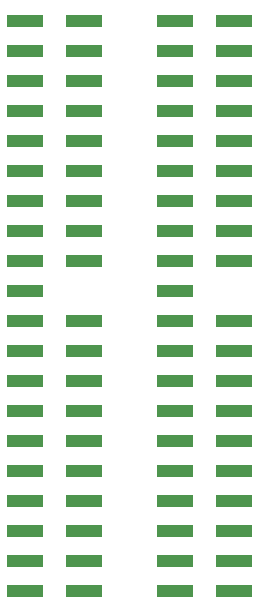
<source format=gbr>
%TF.GenerationSoftware,KiCad,Pcbnew,(6.0.4-0)*%
%TF.CreationDate,2022-11-11T17:00:16-07:00*%
%TF.ProjectId,ide_cable_select_switch,6964655f-6361-4626-9c65-5f73656c6563,rev?*%
%TF.SameCoordinates,Original*%
%TF.FileFunction,Paste,Top*%
%TF.FilePolarity,Positive*%
%FSLAX46Y46*%
G04 Gerber Fmt 4.6, Leading zero omitted, Abs format (unit mm)*
G04 Created by KiCad (PCBNEW (6.0.4-0)) date 2022-11-11 17:00:16*
%MOMM*%
%LPD*%
G01*
G04 APERTURE LIST*
%ADD10R,3.150000X1.000000*%
G04 APERTURE END LIST*
D10*
%TO.C,J2*%
X146065000Y-60452000D03*
X151115000Y-60452000D03*
X146065000Y-62992000D03*
X151115000Y-62992000D03*
X146065000Y-65532000D03*
X151115000Y-65532000D03*
X146065000Y-68072000D03*
X151115000Y-68072000D03*
X146065000Y-70612000D03*
X151115000Y-70612000D03*
X146065000Y-73152000D03*
X151115000Y-73152000D03*
X146065000Y-75692000D03*
X151115000Y-75692000D03*
X146065000Y-78232000D03*
X151115000Y-78232000D03*
X146065000Y-80772000D03*
X151115000Y-80772000D03*
X146065000Y-83312000D03*
X146065000Y-85852000D03*
X151115000Y-85852000D03*
X146065000Y-88392000D03*
X151115000Y-88392000D03*
X146065000Y-90932000D03*
X151115000Y-90932000D03*
X146065000Y-93472000D03*
X151115000Y-93472000D03*
X146065000Y-96012000D03*
X151115000Y-96012000D03*
X146065000Y-98552000D03*
X151115000Y-98552000D03*
X146065000Y-101092000D03*
X151115000Y-101092000D03*
X146065000Y-103632000D03*
X151115000Y-103632000D03*
X146065000Y-106172000D03*
X151115000Y-106172000D03*
X146065000Y-108712000D03*
X151115000Y-108712000D03*
%TD*%
%TO.C,J3*%
X158765000Y-60452000D03*
X163815000Y-60452000D03*
X158765000Y-62992000D03*
X163815000Y-62992000D03*
X158765000Y-65532000D03*
X163815000Y-65532000D03*
X158765000Y-68072000D03*
X163815000Y-68072000D03*
X158765000Y-70612000D03*
X163815000Y-70612000D03*
X158765000Y-73152000D03*
X163815000Y-73152000D03*
X158765000Y-75692000D03*
X163815000Y-75692000D03*
X158765000Y-78232000D03*
X163815000Y-78232000D03*
X158765000Y-80772000D03*
X163815000Y-80772000D03*
X158765000Y-83312000D03*
X158765000Y-85852000D03*
X163815000Y-85852000D03*
X158765000Y-88392000D03*
X163815000Y-88392000D03*
X158765000Y-90932000D03*
X163815000Y-90932000D03*
X158765000Y-93472000D03*
X163815000Y-93472000D03*
X158765000Y-96012000D03*
X163815000Y-96012000D03*
X158765000Y-98552000D03*
X163815000Y-98552000D03*
X158765000Y-101092000D03*
X163815000Y-101092000D03*
X158765000Y-103632000D03*
X163815000Y-103632000D03*
X158765000Y-106172000D03*
X163815000Y-106172000D03*
X158765000Y-108712000D03*
X163815000Y-108712000D03*
%TD*%
M02*

</source>
